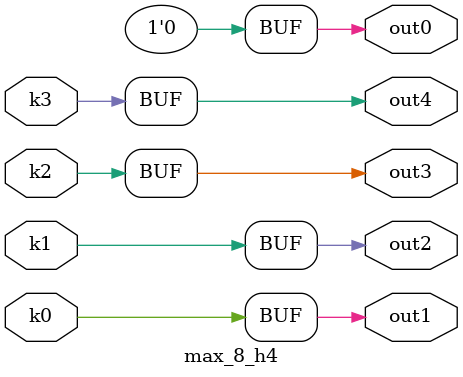
<source format=v>
module max_8(pi00, pi01, pi02, pi03, pi04, pi05, pi06, pi07, pi08, pi09, pi10, pi11, pi12, pi13, pi14, po0, po1, po2, po3, po4);
input pi00, pi01, pi02, pi03, pi04, pi05, pi06, pi07, pi08, pi09, pi10, pi11, pi12, pi13, pi14;
output po0, po1, po2, po3, po4;
wire k0, k1, k2, k3;
max_8_w4 DUT1 (pi00, pi01, pi02, pi03, pi04, pi05, pi06, pi07, pi08, pi09, pi10, pi11, pi12, pi13, pi14, k0, k1, k2, k3);
max_8_h4 DUT2 (k0, k1, k2, k3, po0, po1, po2, po3, po4);
endmodule

module max_8_w4(in14, in13, in12, in11, in10, in9, in8, in7, in6, in5, in4, in3, in2, in1, in0, k3, k2, k1, k0);
input in14, in13, in12, in11, in10, in9, in8, in7, in6, in5, in4, in3, in2, in1, in0;
output k3, k2, k1, k0;
assign k0 =   in0 ? (in6 ? ~in13 : ~in10) : in1;
assign k1 =   in0 ? (in6 ? ~in14 : ~in11) : in2;
assign k2 =   ((~in2 & (in4 | in3)) | ((~in14 | ~in6 | (~in12 & ~in5) | (~in13 & ~in1)) & (~in11 | in6 | (~in9 & ~in5) | (~in10 & ~in1)))) & ((~in1 & (in4 | in3 | ~in2)) | ((~in13 | ~in6 | (~in12 & ~in5)) & (~in10 | in6 | (~in9 & ~in5)))) & ((~in5 & (in4 | in3 | ~in1 | ~in2)) | (in6 ? ~in12 : ~in9)) & (~in5 | in4 | in3 | ~in1 | ~in2);
assign k3 =   (((~in14 & (in11 | (~in7 & ~in8))) | (~in7 & ~in8 & in11)) & (~in12 | in9) & (~in13 | in10)) | (~in13 & in10 & (~in12 | in9)) | (~in12 & in9);
endmodule

module max_8_h4(k3, k2, k1, k0, out4, out3, out2, out1, out0);
input k3, k2, k1, k0;
output out4, out3, out2, out1, out0;
assign out0 = 0;
assign out1 = k0;
assign out2 = k1;
assign out3 = k2;
assign out4 = k3;
endmodule

</source>
